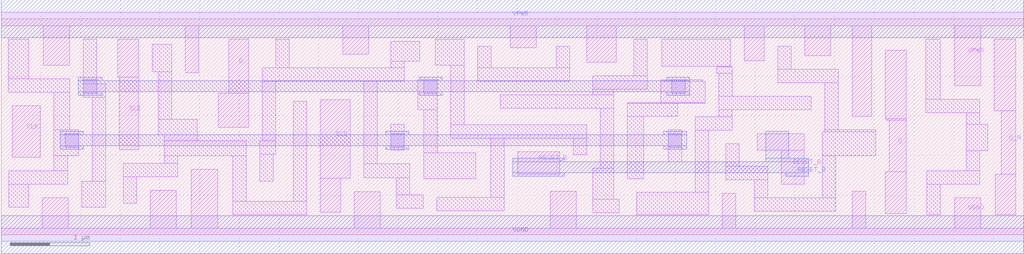
<source format=lef>
# Copyright 2020 The SkyWater PDK Authors
#
# Licensed under the Apache License, Version 2.0 (the "License");
# you may not use this file except in compliance with the License.
# You may obtain a copy of the License at
#
#     https://www.apache.org/licenses/LICENSE-2.0
#
# Unless required by applicable law or agreed to in writing, software
# distributed under the License is distributed on an "AS IS" BASIS,
# WITHOUT WARRANTIES OR CONDITIONS OF ANY KIND, either express or implied.
# See the License for the specific language governing permissions and
# limitations under the License.
#
# SPDX-License-Identifier: Apache-2.0

VERSION 5.5 ;
NAMESCASESENSITIVE ON ;
BUSBITCHARS "[]" ;
DIVIDERCHAR "/" ;
MACRO sky130_fd_sc_hd__sdfrbp_1
  CLASS CORE ;
  SOURCE USER ;
  ORIGIN  0.000000  0.000000 ;
  SIZE  12.88000 BY  2.720000 ;
  SYMMETRY X Y R90 ;
  SITE unithd ;
  PIN D
    ANTENNAGATEAREA  0.144000 ;
    DIRECTION INPUT ;
    USE SIGNAL ;
    PORT
      LAYER li1 ;
        RECT 2.735000 1.355000 3.120000 1.785000 ;
        RECT 2.865000 1.785000 3.120000 2.465000 ;
    END
  END D
  PIN Q
    ANTENNADIFFAREA  0.429000 ;
    DIRECTION OUTPUT ;
    USE SIGNAL ;
    PORT
      LAYER li1 ;
        RECT 11.140000 0.265000 11.400000 0.795000 ;
        RECT 11.140000 1.460000 11.400000 2.325000 ;
        RECT 11.150000 1.445000 11.400000 1.460000 ;
        RECT 11.190000 0.795000 11.400000 1.445000 ;
    END
  END Q
  PIN Q_N
    ANTENNADIFFAREA  0.340600 ;
    DIRECTION OUTPUT ;
    USE SIGNAL ;
    PORT
      LAYER li1 ;
        RECT 12.510000 1.560000 12.780000 2.465000 ;
        RECT 12.520000 0.255000 12.780000 0.760000 ;
        RECT 12.600000 0.760000 12.780000 1.560000 ;
    END
  END Q_N
  PIN RESET_B
    ANTENNAGATEAREA  0.252000 ;
    DIRECTION INPUT ;
    USE SIGNAL ;
    PORT
      LAYER li1 ;
        RECT 6.505000 0.765000 7.035000 1.045000 ;
    END
    PORT
      LAYER li1 ;
        RECT 9.525000 1.065000 10.115000 1.275000 ;
        RECT 9.825000 0.635000 10.115000 1.065000 ;
    END
    PORT
      LAYER met1 ;
        RECT 6.445000 0.735000  7.095000 0.780000 ;
        RECT 6.445000 0.780000 10.175000 0.920000 ;
        RECT 6.445000 0.920000  7.095000 0.965000 ;
        RECT 9.630000 0.920000 10.175000 0.965000 ;
        RECT 9.630000 0.965000  9.920000 1.305000 ;
        RECT 9.885000 0.735000 10.175000 0.780000 ;
    END
  END RESET_B
  PIN SCD
    ANTENNAGATEAREA  0.156600 ;
    DIRECTION INPUT ;
    USE SIGNAL ;
    PORT
      LAYER li1 ;
        RECT 4.020000 0.285000 4.275000 0.710000 ;
        RECT 4.020000 0.710000 4.395000 1.700000 ;
    END
  END SCD
  PIN SCE
    ANTENNAGATEAREA  0.435000 ;
    DIRECTION INPUT ;
    USE SIGNAL ;
    PORT
      LAYER li1 ;
        RECT 1.465000 1.985000 1.730000 2.465000 ;
        RECT 1.485000 1.070000 1.730000 1.985000 ;
    END
  END SCE
  PIN CLK
    ANTENNAGATEAREA  0.247500 ;
    DIRECTION INPUT ;
    USE CLOCK ;
    PORT
      LAYER li1 ;
        RECT 0.140000 0.975000 0.490000 1.625000 ;
    END
  END CLK
  PIN VGND
    DIRECTION INOUT ;
    SHAPE ABUTMENT ;
    USE GROUND ;
    PORT
      LAYER li1 ;
        RECT  0.000000 -0.085000 12.880000 0.085000 ;
        RECT  0.515000  0.085000  0.845000 0.465000 ;
        RECT  1.875000  0.085000  2.205000 0.560000 ;
        RECT  2.395000  0.085000  2.725000 0.825000 ;
        RECT  4.445000  0.085000  4.775000 0.540000 ;
        RECT  6.915000  0.085000  7.245000 0.545000 ;
        RECT  9.085000  0.085000  9.255000 0.525000 ;
        RECT 10.720000  0.085000 10.890000 0.545000 ;
        RECT 12.010000  0.085000 12.340000 0.465000 ;
    END
    PORT
      LAYER met1 ;
        RECT 0.000000 -0.240000 12.880000 0.240000 ;
    END
  END VGND
  PIN VNB
    DIRECTION INOUT ;
    USE GROUND ;
    PORT
    END
  END VNB
  PIN VPB
    DIRECTION INOUT ;
    USE POWER ;
    PORT
    END
  END VPB
  PIN VPWR
    DIRECTION INOUT ;
    SHAPE ABUTMENT ;
    USE POWER ;
    PORT
      LAYER li1 ;
        RECT  0.000000 2.635000 12.880000 2.805000 ;
        RECT  0.530000 2.135000  0.860000 2.635000 ;
        RECT  2.320000 2.040000  2.490000 2.635000 ;
        RECT  4.300000 2.275000  4.630000 2.635000 ;
        RECT  6.410000 2.355000  6.740000 2.635000 ;
        RECT  7.375000 2.175000  7.745000 2.635000 ;
        RECT  9.360000 2.195000  9.610000 2.635000 ;
        RECT 10.120000 2.255000 10.450000 2.635000 ;
        RECT 10.720000 1.495000 10.970000 2.635000 ;
        RECT 12.010000 1.875000 12.340000 2.635000 ;
    END
    PORT
      LAYER met1 ;
        RECT 0.000000 2.480000 12.880000 2.960000 ;
    END
  END VPWR
  OBS
    LAYER li1 ;
      RECT  0.090000 1.795000  0.865000 1.965000 ;
      RECT  0.090000 1.965000  0.345000 2.465000 ;
      RECT  0.095000 0.345000  0.345000 0.635000 ;
      RECT  0.095000 0.635000  0.835000 0.805000 ;
      RECT  0.660000 0.805000  0.835000 0.995000 ;
      RECT  0.660000 0.995000  0.975000 1.325000 ;
      RECT  0.660000 1.325000  0.865000 1.795000 ;
      RECT  1.015000 0.345000  1.315000 0.675000 ;
      RECT  1.035000 1.730000  1.315000 1.900000 ;
      RECT  1.035000 1.900000  1.205000 2.465000 ;
      RECT  1.145000 0.675000  1.315000 1.730000 ;
      RECT  1.535000 0.395000  1.705000 0.730000 ;
      RECT  1.535000 0.730000  2.225000 0.900000 ;
      RECT  1.900000 2.055000  2.150000 2.400000 ;
      RECT  1.980000 1.260000  2.470000 1.455000 ;
      RECT  1.980000 1.455000  2.150000 2.055000 ;
      RECT  2.055000 0.900000  2.225000 0.995000 ;
      RECT  2.055000 0.995000  3.085000 1.185000 ;
      RECT  2.055000 1.185000  2.470000 1.260000 ;
      RECT  2.915000 0.255000  3.850000 0.425000 ;
      RECT  2.915000 0.425000  3.085000 0.995000 ;
      RECT  3.255000 0.675000  3.425000 1.015000 ;
      RECT  3.255000 1.015000  3.460000 1.185000 ;
      RECT  3.290000 1.185000  3.460000 1.935000 ;
      RECT  3.290000 1.935000  5.075000 2.105000 ;
      RECT  3.460000 2.105000  3.630000 2.465000 ;
      RECT  3.680000 0.425000  3.850000 1.685000 ;
      RECT  4.565000 0.715000  5.145000 0.895000 ;
      RECT  4.565000 0.895000  4.735000 1.935000 ;
      RECT  4.905000 1.065000  5.075000 1.395000 ;
      RECT  4.905000 2.105000  5.075000 2.185000 ;
      RECT  4.905000 2.185000  5.275000 2.435000 ;
      RECT  4.975000 0.335000  5.315000 0.505000 ;
      RECT  4.975000 0.505000  5.145000 0.715000 ;
      RECT  5.245000 1.575000  5.495000 1.955000 ;
      RECT  5.325000 0.705000  5.975000 1.035000 ;
      RECT  5.325000 1.035000  5.495000 1.575000 ;
      RECT  5.470000 2.135000  5.835000 2.465000 ;
      RECT  5.485000 0.305000  6.335000 0.475000 ;
      RECT  5.665000 1.215000  7.375000 1.385000 ;
      RECT  5.665000 1.385000  5.835000 2.135000 ;
      RECT  6.005000 1.935000  7.165000 2.105000 ;
      RECT  6.005000 2.105000  6.175000 2.375000 ;
      RECT  6.165000 0.475000  6.335000 1.215000 ;
      RECT  6.285000 1.595000  7.715000 1.765000 ;
      RECT  6.995000 2.105000  7.165000 2.375000 ;
      RECT  7.205000 1.005000  7.375000 1.215000 ;
      RECT  7.455000 0.275000  7.785000 0.445000 ;
      RECT  7.455000 0.445000  7.715000 0.835000 ;
      RECT  7.455000 1.765000  7.715000 1.835000 ;
      RECT  7.455000 1.835000  8.140000 2.005000 ;
      RECT  7.545000 0.835000  7.715000 1.595000 ;
      RECT  7.885000 0.705000  8.095000 1.495000 ;
      RECT  7.885000 1.495000  8.520000 1.655000 ;
      RECT  7.885000 1.655000  8.870000 1.665000 ;
      RECT  7.970000 2.005000  8.140000 2.465000 ;
      RECT  8.005000 0.255000  8.915000 0.535000 ;
      RECT  8.310000 1.665000  8.870000 1.935000 ;
      RECT  8.310000 1.935000  8.840000 1.955000 ;
      RECT  8.320000 2.125000  9.190000 2.465000 ;
      RECT  8.405000 0.920000  8.575000 1.325000 ;
      RECT  8.745000 0.535000  8.915000 1.315000 ;
      RECT  8.745000 1.315000  9.210000 1.485000 ;
      RECT  9.015000 2.035000  9.210000 2.115000 ;
      RECT  9.015000 2.115000  9.190000 2.125000 ;
      RECT  9.040000 1.485000  9.210000 1.575000 ;
      RECT  9.040000 1.575000 10.205000 1.745000 ;
      RECT  9.040000 1.745000  9.210000 2.035000 ;
      RECT  9.125000 0.695000  9.655000 0.865000 ;
      RECT  9.125000 0.865000  9.295000 1.145000 ;
      RECT  9.485000 0.295000 10.515000 0.465000 ;
      RECT  9.485000 0.465000  9.655000 0.695000 ;
      RECT  9.780000 1.915000 10.545000 2.085000 ;
      RECT  9.780000 2.085000  9.950000 2.375000 ;
      RECT 10.345000 0.465000 10.515000 0.995000 ;
      RECT 10.345000 0.995000 11.020000 1.295000 ;
      RECT 10.375000 1.295000 11.020000 1.325000 ;
      RECT 10.375000 1.325000 10.545000 1.915000 ;
      RECT 11.650000 1.535000 12.325000 1.705000 ;
      RECT 11.650000 1.705000 11.830000 2.465000 ;
      RECT 11.660000 0.255000 11.830000 0.635000 ;
      RECT 11.660000 0.635000 12.325000 0.805000 ;
      RECT 12.155000 0.805000 12.325000 1.060000 ;
      RECT 12.155000 1.060000 12.430000 1.390000 ;
      RECT 12.155000 1.390000 12.325000 1.535000 ;
    LAYER mcon ;
      RECT 0.805000 1.105000 0.975000 1.275000 ;
      RECT 1.035000 1.785000 1.205000 1.955000 ;
      RECT 4.905000 1.105000 5.075000 1.275000 ;
      RECT 5.325000 1.785000 5.495000 1.955000 ;
      RECT 8.405000 1.105000 8.575000 1.275000 ;
      RECT 8.445000 1.785000 8.615000 1.955000 ;
    LAYER met1 ;
      RECT 0.745000 1.075000 1.035000 1.120000 ;
      RECT 0.745000 1.120000 8.635000 1.260000 ;
      RECT 0.745000 1.260000 1.035000 1.305000 ;
      RECT 0.970000 1.755000 1.270000 1.800000 ;
      RECT 0.970000 1.800000 8.675000 1.940000 ;
      RECT 0.970000 1.940000 1.270000 1.985000 ;
      RECT 4.845000 1.075000 5.135000 1.120000 ;
      RECT 4.845000 1.260000 5.135000 1.305000 ;
      RECT 5.265000 1.755000 5.555000 1.800000 ;
      RECT 5.265000 1.940000 5.555000 1.985000 ;
      RECT 8.345000 1.075000 8.635000 1.120000 ;
      RECT 8.345000 1.260000 8.635000 1.305000 ;
      RECT 8.385000 1.755000 8.675000 1.800000 ;
      RECT 8.385000 1.940000 8.675000 1.985000 ;
  END
END sky130_fd_sc_hd__sdfrbp_1
END LIBRARY

</source>
